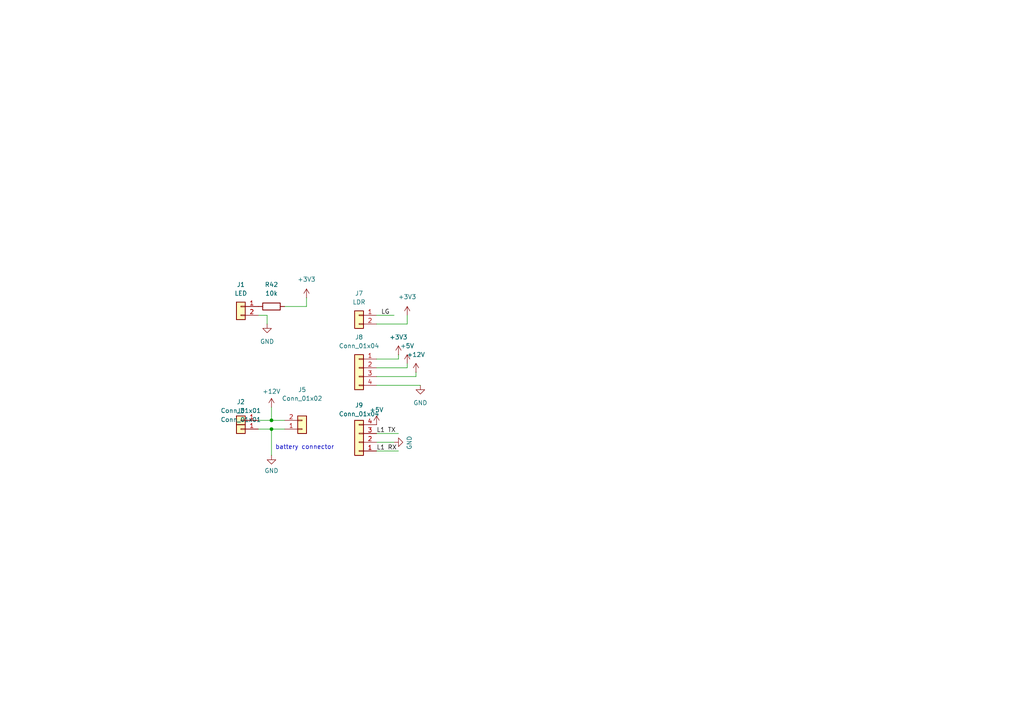
<source format=kicad_sch>
(kicad_sch (version 20231120) (generator "eeschema") (generator_version "8.0")
  (paper "A4")
  (lib_symbols
    (symbol "+12V_1" (power) (pin_numbers hide) (pin_names (offset 0) hide)
      (property "Value" "+12V" (at 0 3.556 0))
      (symbol "+12V_1_0_1"
        (polyline (pts (xy -0.762 1.27) (xy 0 2.54)))
        (polyline (pts (xy 0 0) (xy 0 2.54)))
        (polyline (pts (xy 0 2.54) (xy 0.762 1.27)))
      )
      (symbol "+12V_1_1_1"
        (pin power_in line (at 0 0 90) (length 0) (name "~") (number "1"))
      )
    )
    (symbol "+3V3_1" (power) (pin_numbers hide) (pin_names (offset 0) hide)
      (property "Value" "+3V3" (at 0 3.556 0))
      (symbol "+3V3_1_0_1"
        (polyline (pts (xy -0.762 1.27) (xy 0 2.54)))
        (polyline (pts (xy 0 0) (xy 0 2.54)))
        (polyline (pts (xy 0 2.54) (xy 0.762 1.27)))
      )
      (symbol "+3V3_1_1_1"
        (pin power_in line (at 0 0 90) (length 0) (name "~") (number "1"))
      )
    )
    (symbol "Connector_Generic:Conn_01x01" (pin_names (offset 1.016) hide)
      (property "Reference" "J" (at 0 2.54 0))
      (property "Value" "Conn_01x01" (at 0 -2.54 0))
      (symbol "Conn_01x01_1_1"
        (rectangle (start -1.27 0.127) (end 0 -0.127) (stroke (width 0.1524)))
        (rectangle (start -1.27 1.27) (end 1.27 -1.27) (stroke (width 0.254)) (fill (type background)))
        (pin passive line (at -5.08 0 0) (length 3.81) (name "Pin_1") (number "1"))
      )
    )
    (symbol "Connector_Generic:Conn_01x02" (pin_names (offset 1.016) hide)
      (property "Reference" "J" (at 0 2.54 0))
      (property "Value" "Conn_01x02" (at 0 -5.08 0))
      (symbol "Conn_01x02_1_1"
        (rectangle (start -1.27 -2.413) (end 0 -2.667) (stroke (width 0.1524)))
        (rectangle (start -1.27 0.127) (end 0 -0.127) (stroke (width 0.1524)))
        (rectangle (start -1.27 1.27) (end 1.27 -3.81) (stroke (width 0.254)) (fill (type background)))
        (pin passive line (at -5.08 0 0) (length 3.81) (name "Pin_1") (number "1"))
        (pin passive line (at -5.08 -2.54 0) (length 3.81) (name "Pin_2") (number "2"))
      )
    )
    (symbol "Connector_Generic:Conn_01x04" (pin_names (offset 1.016) hide)
      (property "Reference" "J" (at 0 5.08 0))
      (property "Value" "Conn_01x04" (at 0 -7.62 0))
      (symbol "Conn_01x04_1_1"
        (rectangle (start -1.27 -4.953) (end 0 -5.207) (stroke (width 0.1524)))
        (rectangle (start -1.27 -2.413) (end 0 -2.667) (stroke (width 0.1524)))
        (rectangle (start -1.27 0.127) (end 0 -0.127) (stroke (width 0.1524)))
        (rectangle (start -1.27 2.667) (end 0 2.413) (stroke (width 0.1524)))
        (rectangle (start -1.27 3.81) (end 1.27 -6.35) (stroke (width 0.254)) (fill (type background)))
        (pin passive line (at -5.08 2.54 0) (length 3.81) (name "Pin_1") (number "1"))
        (pin passive line (at -5.08 0 0) (length 3.81) (name "Pin_2") (number "2"))
        (pin passive line (at -5.08 -2.54 0) (length 3.81) (name "Pin_3") (number "3"))
        (pin passive line (at -5.08 -5.08 0) (length 3.81) (name "Pin_4") (number "4"))
      )
    )
    (symbol "Device:R" (pin_numbers hide) (pin_names (offset 0))
      (property "Reference" "R" (at 2.032 0 90))
      (property "Value" "R" (at 0 0 90))
      (symbol "R_0_1"
        (rectangle (start -1.016 -2.54) (end 1.016 2.54) (stroke (width 0.254)))
      )
      (symbol "R_1_1"
        (pin passive line (at 0 3.81 270) (length 1.27) (name "~") (number "1"))
        (pin passive line (at 0 -3.81 90) (length 1.27) (name "~") (number "2"))
      )
    )
    (symbol "power:+12V" (power) (pin_names (offset 0))
      (property "Value" "+12V" (at 0 3.556 0))
      (symbol "+12V_0_1"
        (polyline (pts (xy -0.762 1.27) (xy 0 2.54)))
        (polyline (pts (xy 0 0) (xy 0 2.54)))
        (polyline (pts (xy 0 2.54) (xy 0.762 1.27)))
      )
      (symbol "+12V_1_1"
        (pin power_in line (at 0 0 90) (length 0) hide (name "+12V") (number "1"))
      )
    )
    (symbol "power:+3V3" (power) (pin_numbers hide) (pin_names (offset 0) hide)
      (property "Value" "+3V3" (at 0 3.556 0))
      (symbol "+3V3_0_1"
        (polyline (pts (xy -0.762 1.27) (xy 0 2.54)))
        (polyline (pts (xy 0 0) (xy 0 2.54)))
        (polyline (pts (xy 0 2.54) (xy 0.762 1.27)))
      )
      (symbol "+3V3_1_1"
        (pin power_in line (at 0 0 90) (length 0) (name "~") (number "1"))
      )
    )
    (symbol "power:+5V" (power) (pin_numbers hide) (pin_names (offset 0) hide)
      (property "Value" "+5V" (at 0 3.556 0))
      (symbol "+5V_0_1"
        (polyline (pts (xy -0.762 1.27) (xy 0 2.54)))
        (polyline (pts (xy 0 0) (xy 0 2.54)))
        (polyline (pts (xy 0 2.54) (xy 0.762 1.27)))
      )
      (symbol "+5V_1_1"
        (pin power_in line (at 0 0 90) (length 0) (name "~") (number "1"))
      )
    )
    (symbol "power:GND" (power) (pin_numbers hide) (pin_names (offset 0) hide)
      (property "Value" "GND" (at 0 -3.81 0))
      (symbol "GND_0_1"
        (polyline (pts (xy 0 0) (xy 0 -1.27) (xy 1.27 -1.27) (xy 0 -2.54) (xy -1.27 -1.27) (xy 0 -1.27)))
      )
      (symbol "GND_1_1"
        (pin power_in line (at 0 0 270) (length 0) (name "~") (number "1"))
      )
    )
  )
  (junction (at 78.74 121.92))
  (junction (at 78.74 124.46))
  (wire (pts (xy 109.22 125.73) (xy 115.57 125.73)))
  (wire (pts (xy 78.74 121.92) (xy 74.93 121.92)))
  (wire (pts (xy 109.22 111.76) (xy 121.92 111.76)))
  (wire (pts (xy 74.93 91.44) (xy 77.47 91.44)))
  (wire (pts (xy 78.74 118.11) (xy 78.74 121.92)))
  (wire (pts (xy 82.55 88.9) (xy 88.9 88.9)))
  (wire (pts (xy 109.22 104.14) (xy 115.57 104.14)))
  (wire (pts (xy 78.74 124.46) (xy 78.74 132.08)))
  (wire (pts (xy 109.22 130.81) (xy 115.57 130.81)))
  (wire (pts (xy 109.22 128.27) (xy 114.3 128.27)))
  (wire (pts (xy 118.11 105.41) (xy 118.11 106.68)))
  (wire (pts (xy 78.74 121.92) (xy 82.55 121.92)))
  (wire (pts (xy 109.22 93.98) (xy 118.11 93.98)))
  (wire (pts (xy 120.65 109.22) (xy 120.65 107.95)))
  (wire (pts (xy 115.57 104.14) (xy 115.57 102.87)))
  (wire (pts (xy 109.22 109.22) (xy 120.65 109.22)))
  (wire (pts (xy 78.74 124.46) (xy 74.93 124.46)))
  (wire (pts (xy 118.11 91.44) (xy 118.11 93.98)))
  (wire (pts (xy 88.9 86.36) (xy 88.9 88.9)))
  (wire (pts (xy 109.22 106.68) (xy 118.11 106.68)))
  (wire (pts (xy 78.74 124.46) (xy 82.55 124.46)))
  (wire (pts (xy 109.22 91.44) (xy 114.3 91.44)))
  (wire (pts (xy 77.47 91.44) (xy 77.47 93.98)))
  (text "battery connector\n" (at 88.392 129.794 0) (effects (font (size 1.27 1.27))))
  (label "L1 TX" (at 109.22 125.73 0))
  (label "LG" (at 113.03 91.44 180))
  (label "L1 RX" (at 109.22 130.81 0))
  (symbol (lib_id "Connector_Generic:Conn_01x01") (at 69.85 121.92 180) (unit 1)
    (property "Reference" "J2" (at 69.85 116.562 0))
    (property "Value" "Conn_01x01" (at 69.85 119.102 0))
    (property "Footprint" "2025:14 AWG" (effects (hide yes)))
  )
  (symbol (lib_id "Connector_Generic:Conn_01x04") (at 104.14 106.68 0) (mirror y) (unit 1)
    (property "Reference" "J8" (at 104.14 97.79 0))
    (property "Value" "Conn_01x04" (at 104.14 100.33 0))
    (property "Footprint" "Connector_PinHeader_2.54mm:PinHeader_1x04_P2.54mm_Vertical" (effects (hide yes)))
    (property "Description" "Generic connector, single row, 01x04, script generated (kicad-library-utils/schlib/autogen/connector/)" (effects (hide yes)))
  )
  (symbol (lib_name "+3V3_1") (lib_id "power:+3V3") (at 88.9 86.36 0) (unit 1)
    (property "Reference" "#PWR038" (effects (hide yes)))
    (property "Value" "+3V3" (at 88.9 81.024 0))
    (property "Description" "Power symbol creates a global label with name \"+3V3\"" (effects (hide yes)))
  )
  (symbol (lib_id "power:GND") (at 114.3 128.27 90) (mirror x) (unit 1)
    (property "Reference" "#PWR042" (effects (hide yes)))
    (property "Value" "GND" (at 118.745 126.365 0) (effects (justify left)))
  )
  (symbol (lib_id "Connector_Generic:Conn_01x01") (at 69.85 124.46 180) (unit 1)
    (property "Reference" "J3" (at 69.85 119.1763 0))
    (property "Value" "Conn_01x01" (at 69.85 121.7163 0))
    (property "Footprint" "2025:14 AWG" (effects (hide yes)))
  )
  (symbol (lib_id "power:GND") (at 77.47 93.98 0) (unit 1)
    (property "Reference" "#PWR037" (effects (hide yes)))
    (property "Value" "GND" (at 77.47 99.06 0))
  )
  (symbol (lib_id "power:+5V") (at 118.11 105.41 0) (unit 1)
    (property "Reference" "#PWR045" (effects (hide yes)))
    (property "Value" "+5V" (at 118.11 100.33 0))
    (property "Description" "Power symbol creates a global label with name \"+5V\"" (effects (hide yes)))
  )
  (symbol (lib_id "power:GND") (at 121.92 111.76 0) (unit 1)
    (property "Reference" "#PWR047" (effects (hide yes)))
    (property "Value" "GND" (at 121.92 116.84 0))
    (property "Description" "Power symbol creates a global label with name \"GND\" , ground" (effects (hide yes)))
  )
  (symbol (lib_id "power:+5V") (at 109.22 123.19 0) (unit 1)
    (property "Reference" "#PWR040" (effects (hide yes)))
    (property "Value" "+5V" (at 109.22 118.872 0))
  )
  (symbol (lib_name "+3V3_1") (lib_id "power:+3V3") (at 118.11 91.44 0) (unit 1)
    (property "Reference" "#PWR044" (effects (hide yes)))
    (property "Value" "+3V3" (at 118.11 86.104 0))
    (property "Description" "Power symbol creates a global label with name \"+3V3\"" (effects (hide yes)))
  )
  (symbol (lib_id "Connector_Generic:Conn_01x02") (at 69.85 88.9 0) (mirror y) (unit 1)
    (property "Reference" "J1" (at 69.85 82.55 0))
    (property "Value" "LED" (at 69.85 85.09 0))
    (property "Footprint" "Connector_PinSocket_2.54mm:PinSocket_1x02_P2.54mm_Vertical" (effects (hide yes)))
  )
  (symbol (lib_id "Connector_Generic:Conn_01x02") (at 87.63 124.46 0) (mirror x) (unit 1)
    (property "Reference" "J5" (at 87.63 113.03 0))
    (property "Value" "Conn_01x02" (at 87.63 115.57 0))
    (property "Footprint" "2025:AMASS_XT30-F" (effects (hide yes)))
  )
  (symbol (lib_id "power:+12V") (at 78.74 118.11 0) (unit 1)
    (property "Reference" "#PWR035" (effects (hide yes)))
    (property "Value" "+12V" (at 78.74 113.538 0))
  )
  (symbol (lib_id "Device:R") (at 78.74 88.9 90) (unit 1)
    (property "Reference" "R42" (at 78.74 82.55 90))
    (property "Value" "10k" (at 78.74 85.09 90))
    (property "Footprint" "2025:res0603" (effects (hide yes)))
    (property "Description" "Resistor" (effects (hide yes)))
  )
  (symbol (lib_id "Connector_Generic:Conn_01x04") (at 104.14 128.27 180) (unit 1)
    (property "Reference" "J9" (at 104.14 117.528 0))
    (property "Value" "Conn_01x04" (at 104.14 120.068 0))
    (property "Footprint" "Connector_JST:JST_XH_B4B-XH-A_1x04_P2.50mm_Vertical" (effects (hide yes)))
  )
  (symbol (lib_name "+12V_1") (lib_id "power:+12V") (at 120.65 107.95 0) (unit 1)
    (property "Reference" "#PWR046" (effects (hide yes)))
    (property "Value" "+12V" (at 120.65 102.87 0))
    (property "Description" "Power symbol creates a global label with name \"+12V\"" (effects (hide yes)))
  )
  (symbol (lib_id "power:GND") (at 78.74 132.08 0) (unit 1)
    (property "Reference" "#PWR036" (effects (hide yes)))
    (property "Value" "GND" (at 78.74 136.525 0))
  )
  (symbol (lib_id "Connector_Generic:Conn_01x02") (at 104.14 91.44 0) (mirror y) (unit 1)
    (property "Reference" "J7" (at 104.14 85.09 0))
    (property "Value" "LDR" (at 104.14 87.63 0))
    (property "Footprint" "Connector_PinSocket_2.54mm:PinSocket_1x02_P2.54mm_Vertical" (effects (hide yes)))
  )
  (symbol (lib_id "power:+3V3") (at 115.57 102.87 0) (unit 1)
    (property "Reference" "#PWR043" (effects (hide yes)))
    (property "Value" "+3V3" (at 115.57 97.79 0))
    (property "Description" "Power symbol creates a global label with name \"+3V3\"" (effects (hide yes)))
  )
)
</source>
